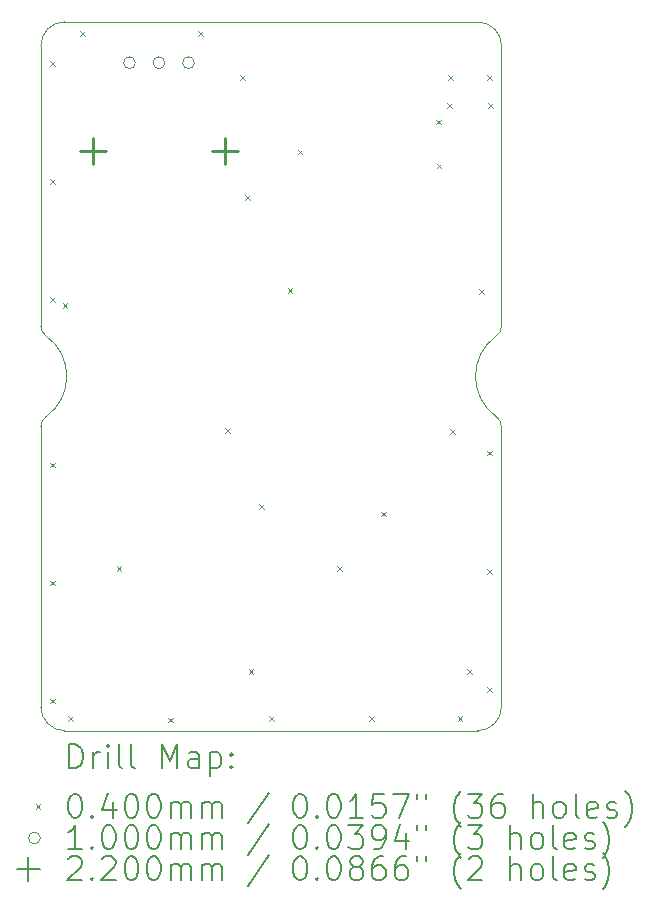
<source format=gbr>
%TF.GenerationSoftware,KiCad,Pcbnew,7.0.1*%
%TF.CreationDate,2023-03-19T03:20:39-04:00*%
%TF.ProjectId,Fluxpad,466c7578-7061-4642-9e6b-696361645f70,rev?*%
%TF.SameCoordinates,Original*%
%TF.FileFunction,Drillmap*%
%TF.FilePolarity,Positive*%
%FSLAX45Y45*%
G04 Gerber Fmt 4.5, Leading zero omitted, Abs format (unit mm)*
G04 Created by KiCad (PCBNEW 7.0.1) date 2023-03-19 03:20:39*
%MOMM*%
%LPD*%
G01*
G04 APERTURE LIST*
%ADD10C,0.100000*%
%ADD11C,0.200000*%
%ADD12C,0.040000*%
%ADD13C,0.220000*%
G04 APERTURE END LIST*
D10*
X10250000Y-6500000D02*
G75*
G03*
X10050000Y-6700000I0J-200000D01*
G01*
X13950000Y-9924735D02*
G75*
G03*
X13907692Y-9843055I-100002J-1D01*
G01*
X10092308Y-9843055D02*
G75*
G03*
X10092308Y-9156945I-242308J343055D01*
G01*
X10092308Y-9843056D02*
G75*
G03*
X10050000Y-9924735I57694J-81681D01*
G01*
X13907692Y-9156945D02*
G75*
G03*
X13907692Y-9843055I242308J-343055D01*
G01*
X10050000Y-6700000D02*
X10050000Y-9075265D01*
X10250000Y-12500000D02*
X13750000Y-12500000D01*
X13950000Y-6700000D02*
G75*
G03*
X13750000Y-6500000I-200000J0D01*
G01*
X10050000Y-9075265D02*
G75*
G03*
X10092308Y-9156945I100002J1D01*
G01*
X13950000Y-9075265D02*
X13950000Y-6700000D01*
X13750000Y-6500000D02*
X10250000Y-6500000D01*
X13750000Y-12500000D02*
G75*
G03*
X13950000Y-12300000I0J200000D01*
G01*
X10050000Y-9924735D02*
X10050000Y-12300000D01*
X10050000Y-12300000D02*
G75*
G03*
X10250000Y-12500000I200000J0D01*
G01*
X13950000Y-12300000D02*
X13950000Y-9924735D01*
X13907692Y-9156945D02*
G75*
G03*
X13950000Y-9075265I-57710J81689D01*
G01*
D11*
D12*
X10130000Y-6830000D02*
X10170000Y-6870000D01*
X10170000Y-6830000D02*
X10130000Y-6870000D01*
X10130000Y-7830000D02*
X10170000Y-7870000D01*
X10170000Y-7830000D02*
X10130000Y-7870000D01*
X10130000Y-8830000D02*
X10170000Y-8870000D01*
X10170000Y-8830000D02*
X10130000Y-8870000D01*
X10130000Y-10230000D02*
X10170000Y-10270000D01*
X10170000Y-10230000D02*
X10130000Y-10270000D01*
X10130000Y-11230000D02*
X10170000Y-11270000D01*
X10170000Y-11230000D02*
X10130000Y-11270000D01*
X10130000Y-12230000D02*
X10170000Y-12270000D01*
X10170000Y-12230000D02*
X10130000Y-12270000D01*
X10235000Y-8880000D02*
X10275000Y-8920000D01*
X10275000Y-8880000D02*
X10235000Y-8920000D01*
X10280000Y-12380000D02*
X10320000Y-12420000D01*
X10320000Y-12380000D02*
X10280000Y-12420000D01*
X10380000Y-6580000D02*
X10420000Y-6620000D01*
X10420000Y-6580000D02*
X10380000Y-6620000D01*
X10692500Y-11107500D02*
X10732500Y-11147500D01*
X10732500Y-11107500D02*
X10692500Y-11147500D01*
X11130000Y-12390050D02*
X11170000Y-12430050D01*
X11170000Y-12390050D02*
X11130000Y-12430050D01*
X11380000Y-6580000D02*
X11420000Y-6620000D01*
X11420000Y-6580000D02*
X11380000Y-6620000D01*
X11610000Y-9940000D02*
X11650000Y-9980000D01*
X11650000Y-9940000D02*
X11610000Y-9980000D01*
X11740000Y-6950000D02*
X11780000Y-6990000D01*
X11780000Y-6950000D02*
X11740000Y-6990000D01*
X11780000Y-7965000D02*
X11820000Y-8005000D01*
X11820000Y-7965000D02*
X11780000Y-8005000D01*
X11810000Y-11980000D02*
X11850000Y-12020000D01*
X11850000Y-11980000D02*
X11810000Y-12020000D01*
X11900000Y-10580000D02*
X11940000Y-10620000D01*
X11940000Y-10580000D02*
X11900000Y-10620000D01*
X11980000Y-12380000D02*
X12020000Y-12420000D01*
X12020000Y-12380000D02*
X11980000Y-12420000D01*
X12140000Y-8755000D02*
X12180000Y-8795000D01*
X12180000Y-8755000D02*
X12140000Y-8795000D01*
X12225000Y-7580000D02*
X12265000Y-7620000D01*
X12265000Y-7580000D02*
X12225000Y-7620000D01*
X12560000Y-11110000D02*
X12600000Y-11150000D01*
X12600000Y-11110000D02*
X12560000Y-11150000D01*
X12830000Y-12380000D02*
X12870000Y-12420000D01*
X12870000Y-12380000D02*
X12830000Y-12420000D01*
X12930000Y-10645000D02*
X12970000Y-10685000D01*
X12970000Y-10645000D02*
X12930000Y-10685000D01*
X13399000Y-7326000D02*
X13439000Y-7366000D01*
X13439000Y-7326000D02*
X13399000Y-7366000D01*
X13400000Y-7700000D02*
X13440000Y-7740000D01*
X13440000Y-7700000D02*
X13400000Y-7740000D01*
X13490000Y-7190000D02*
X13530000Y-7230000D01*
X13530000Y-7190000D02*
X13490000Y-7230000D01*
X13500000Y-6950000D02*
X13540000Y-6990000D01*
X13540000Y-6950000D02*
X13500000Y-6990000D01*
X13515000Y-9945000D02*
X13555000Y-9985000D01*
X13555000Y-9945000D02*
X13515000Y-9985000D01*
X13580000Y-12380000D02*
X13620000Y-12420000D01*
X13620000Y-12380000D02*
X13580000Y-12420000D01*
X13660000Y-11980000D02*
X13700000Y-12020000D01*
X13700000Y-11980000D02*
X13660000Y-12020000D01*
X13760000Y-8760000D02*
X13800000Y-8800000D01*
X13800000Y-8760000D02*
X13760000Y-8800000D01*
X13830000Y-6950000D02*
X13870000Y-6990000D01*
X13870000Y-6950000D02*
X13830000Y-6990000D01*
X13830000Y-10130000D02*
X13870000Y-10170000D01*
X13870000Y-10130000D02*
X13830000Y-10170000D01*
X13830000Y-11130000D02*
X13870000Y-11170000D01*
X13870000Y-11130000D02*
X13830000Y-11170000D01*
X13830000Y-12130000D02*
X13870000Y-12170000D01*
X13870000Y-12130000D02*
X13830000Y-12170000D01*
X13840000Y-7190000D02*
X13880000Y-7230000D01*
X13880000Y-7190000D02*
X13840000Y-7230000D01*
D10*
X10850000Y-6845000D02*
G75*
G03*
X10850000Y-6845000I-50000J0D01*
G01*
X11100000Y-6845000D02*
G75*
G03*
X11100000Y-6845000I-50000J0D01*
G01*
X11350000Y-6845000D02*
G75*
G03*
X11350000Y-6845000I-50000J0D01*
G01*
D13*
X10490000Y-7485000D02*
X10490000Y-7705000D01*
X10380000Y-7595000D02*
X10600000Y-7595000D01*
X11610000Y-7485000D02*
X11610000Y-7705000D01*
X11500000Y-7595000D02*
X11720000Y-7595000D01*
D11*
X10292619Y-12817524D02*
X10292619Y-12617524D01*
X10292619Y-12617524D02*
X10340238Y-12617524D01*
X10340238Y-12617524D02*
X10368810Y-12627048D01*
X10368810Y-12627048D02*
X10387857Y-12646095D01*
X10387857Y-12646095D02*
X10397381Y-12665143D01*
X10397381Y-12665143D02*
X10406905Y-12703238D01*
X10406905Y-12703238D02*
X10406905Y-12731809D01*
X10406905Y-12731809D02*
X10397381Y-12769905D01*
X10397381Y-12769905D02*
X10387857Y-12788952D01*
X10387857Y-12788952D02*
X10368810Y-12808000D01*
X10368810Y-12808000D02*
X10340238Y-12817524D01*
X10340238Y-12817524D02*
X10292619Y-12817524D01*
X10492619Y-12817524D02*
X10492619Y-12684190D01*
X10492619Y-12722286D02*
X10502143Y-12703238D01*
X10502143Y-12703238D02*
X10511667Y-12693714D01*
X10511667Y-12693714D02*
X10530714Y-12684190D01*
X10530714Y-12684190D02*
X10549762Y-12684190D01*
X10616429Y-12817524D02*
X10616429Y-12684190D01*
X10616429Y-12617524D02*
X10606905Y-12627048D01*
X10606905Y-12627048D02*
X10616429Y-12636571D01*
X10616429Y-12636571D02*
X10625952Y-12627048D01*
X10625952Y-12627048D02*
X10616429Y-12617524D01*
X10616429Y-12617524D02*
X10616429Y-12636571D01*
X10740238Y-12817524D02*
X10721190Y-12808000D01*
X10721190Y-12808000D02*
X10711667Y-12788952D01*
X10711667Y-12788952D02*
X10711667Y-12617524D01*
X10845000Y-12817524D02*
X10825952Y-12808000D01*
X10825952Y-12808000D02*
X10816429Y-12788952D01*
X10816429Y-12788952D02*
X10816429Y-12617524D01*
X11073571Y-12817524D02*
X11073571Y-12617524D01*
X11073571Y-12617524D02*
X11140238Y-12760381D01*
X11140238Y-12760381D02*
X11206905Y-12617524D01*
X11206905Y-12617524D02*
X11206905Y-12817524D01*
X11387857Y-12817524D02*
X11387857Y-12712762D01*
X11387857Y-12712762D02*
X11378333Y-12693714D01*
X11378333Y-12693714D02*
X11359286Y-12684190D01*
X11359286Y-12684190D02*
X11321190Y-12684190D01*
X11321190Y-12684190D02*
X11302143Y-12693714D01*
X11387857Y-12808000D02*
X11368809Y-12817524D01*
X11368809Y-12817524D02*
X11321190Y-12817524D01*
X11321190Y-12817524D02*
X11302143Y-12808000D01*
X11302143Y-12808000D02*
X11292619Y-12788952D01*
X11292619Y-12788952D02*
X11292619Y-12769905D01*
X11292619Y-12769905D02*
X11302143Y-12750857D01*
X11302143Y-12750857D02*
X11321190Y-12741333D01*
X11321190Y-12741333D02*
X11368809Y-12741333D01*
X11368809Y-12741333D02*
X11387857Y-12731809D01*
X11483095Y-12684190D02*
X11483095Y-12884190D01*
X11483095Y-12693714D02*
X11502143Y-12684190D01*
X11502143Y-12684190D02*
X11540238Y-12684190D01*
X11540238Y-12684190D02*
X11559286Y-12693714D01*
X11559286Y-12693714D02*
X11568809Y-12703238D01*
X11568809Y-12703238D02*
X11578333Y-12722286D01*
X11578333Y-12722286D02*
X11578333Y-12779428D01*
X11578333Y-12779428D02*
X11568809Y-12798476D01*
X11568809Y-12798476D02*
X11559286Y-12808000D01*
X11559286Y-12808000D02*
X11540238Y-12817524D01*
X11540238Y-12817524D02*
X11502143Y-12817524D01*
X11502143Y-12817524D02*
X11483095Y-12808000D01*
X11664048Y-12798476D02*
X11673571Y-12808000D01*
X11673571Y-12808000D02*
X11664048Y-12817524D01*
X11664048Y-12817524D02*
X11654524Y-12808000D01*
X11654524Y-12808000D02*
X11664048Y-12798476D01*
X11664048Y-12798476D02*
X11664048Y-12817524D01*
X11664048Y-12693714D02*
X11673571Y-12703238D01*
X11673571Y-12703238D02*
X11664048Y-12712762D01*
X11664048Y-12712762D02*
X11654524Y-12703238D01*
X11654524Y-12703238D02*
X11664048Y-12693714D01*
X11664048Y-12693714D02*
X11664048Y-12712762D01*
D12*
X10005000Y-13125000D02*
X10045000Y-13165000D01*
X10045000Y-13125000D02*
X10005000Y-13165000D01*
D11*
X10330714Y-13037524D02*
X10349762Y-13037524D01*
X10349762Y-13037524D02*
X10368810Y-13047048D01*
X10368810Y-13047048D02*
X10378333Y-13056571D01*
X10378333Y-13056571D02*
X10387857Y-13075619D01*
X10387857Y-13075619D02*
X10397381Y-13113714D01*
X10397381Y-13113714D02*
X10397381Y-13161333D01*
X10397381Y-13161333D02*
X10387857Y-13199428D01*
X10387857Y-13199428D02*
X10378333Y-13218476D01*
X10378333Y-13218476D02*
X10368810Y-13228000D01*
X10368810Y-13228000D02*
X10349762Y-13237524D01*
X10349762Y-13237524D02*
X10330714Y-13237524D01*
X10330714Y-13237524D02*
X10311667Y-13228000D01*
X10311667Y-13228000D02*
X10302143Y-13218476D01*
X10302143Y-13218476D02*
X10292619Y-13199428D01*
X10292619Y-13199428D02*
X10283095Y-13161333D01*
X10283095Y-13161333D02*
X10283095Y-13113714D01*
X10283095Y-13113714D02*
X10292619Y-13075619D01*
X10292619Y-13075619D02*
X10302143Y-13056571D01*
X10302143Y-13056571D02*
X10311667Y-13047048D01*
X10311667Y-13047048D02*
X10330714Y-13037524D01*
X10483095Y-13218476D02*
X10492619Y-13228000D01*
X10492619Y-13228000D02*
X10483095Y-13237524D01*
X10483095Y-13237524D02*
X10473571Y-13228000D01*
X10473571Y-13228000D02*
X10483095Y-13218476D01*
X10483095Y-13218476D02*
X10483095Y-13237524D01*
X10664048Y-13104190D02*
X10664048Y-13237524D01*
X10616429Y-13028000D02*
X10568810Y-13170857D01*
X10568810Y-13170857D02*
X10692619Y-13170857D01*
X10806905Y-13037524D02*
X10825952Y-13037524D01*
X10825952Y-13037524D02*
X10845000Y-13047048D01*
X10845000Y-13047048D02*
X10854524Y-13056571D01*
X10854524Y-13056571D02*
X10864048Y-13075619D01*
X10864048Y-13075619D02*
X10873571Y-13113714D01*
X10873571Y-13113714D02*
X10873571Y-13161333D01*
X10873571Y-13161333D02*
X10864048Y-13199428D01*
X10864048Y-13199428D02*
X10854524Y-13218476D01*
X10854524Y-13218476D02*
X10845000Y-13228000D01*
X10845000Y-13228000D02*
X10825952Y-13237524D01*
X10825952Y-13237524D02*
X10806905Y-13237524D01*
X10806905Y-13237524D02*
X10787857Y-13228000D01*
X10787857Y-13228000D02*
X10778333Y-13218476D01*
X10778333Y-13218476D02*
X10768810Y-13199428D01*
X10768810Y-13199428D02*
X10759286Y-13161333D01*
X10759286Y-13161333D02*
X10759286Y-13113714D01*
X10759286Y-13113714D02*
X10768810Y-13075619D01*
X10768810Y-13075619D02*
X10778333Y-13056571D01*
X10778333Y-13056571D02*
X10787857Y-13047048D01*
X10787857Y-13047048D02*
X10806905Y-13037524D01*
X10997381Y-13037524D02*
X11016429Y-13037524D01*
X11016429Y-13037524D02*
X11035476Y-13047048D01*
X11035476Y-13047048D02*
X11045000Y-13056571D01*
X11045000Y-13056571D02*
X11054524Y-13075619D01*
X11054524Y-13075619D02*
X11064048Y-13113714D01*
X11064048Y-13113714D02*
X11064048Y-13161333D01*
X11064048Y-13161333D02*
X11054524Y-13199428D01*
X11054524Y-13199428D02*
X11045000Y-13218476D01*
X11045000Y-13218476D02*
X11035476Y-13228000D01*
X11035476Y-13228000D02*
X11016429Y-13237524D01*
X11016429Y-13237524D02*
X10997381Y-13237524D01*
X10997381Y-13237524D02*
X10978333Y-13228000D01*
X10978333Y-13228000D02*
X10968810Y-13218476D01*
X10968810Y-13218476D02*
X10959286Y-13199428D01*
X10959286Y-13199428D02*
X10949762Y-13161333D01*
X10949762Y-13161333D02*
X10949762Y-13113714D01*
X10949762Y-13113714D02*
X10959286Y-13075619D01*
X10959286Y-13075619D02*
X10968810Y-13056571D01*
X10968810Y-13056571D02*
X10978333Y-13047048D01*
X10978333Y-13047048D02*
X10997381Y-13037524D01*
X11149762Y-13237524D02*
X11149762Y-13104190D01*
X11149762Y-13123238D02*
X11159286Y-13113714D01*
X11159286Y-13113714D02*
X11178333Y-13104190D01*
X11178333Y-13104190D02*
X11206905Y-13104190D01*
X11206905Y-13104190D02*
X11225952Y-13113714D01*
X11225952Y-13113714D02*
X11235476Y-13132762D01*
X11235476Y-13132762D02*
X11235476Y-13237524D01*
X11235476Y-13132762D02*
X11245000Y-13113714D01*
X11245000Y-13113714D02*
X11264048Y-13104190D01*
X11264048Y-13104190D02*
X11292619Y-13104190D01*
X11292619Y-13104190D02*
X11311667Y-13113714D01*
X11311667Y-13113714D02*
X11321190Y-13132762D01*
X11321190Y-13132762D02*
X11321190Y-13237524D01*
X11416429Y-13237524D02*
X11416429Y-13104190D01*
X11416429Y-13123238D02*
X11425952Y-13113714D01*
X11425952Y-13113714D02*
X11445000Y-13104190D01*
X11445000Y-13104190D02*
X11473571Y-13104190D01*
X11473571Y-13104190D02*
X11492619Y-13113714D01*
X11492619Y-13113714D02*
X11502143Y-13132762D01*
X11502143Y-13132762D02*
X11502143Y-13237524D01*
X11502143Y-13132762D02*
X11511667Y-13113714D01*
X11511667Y-13113714D02*
X11530714Y-13104190D01*
X11530714Y-13104190D02*
X11559286Y-13104190D01*
X11559286Y-13104190D02*
X11578333Y-13113714D01*
X11578333Y-13113714D02*
X11587857Y-13132762D01*
X11587857Y-13132762D02*
X11587857Y-13237524D01*
X11978333Y-13028000D02*
X11806905Y-13285143D01*
X12235476Y-13037524D02*
X12254524Y-13037524D01*
X12254524Y-13037524D02*
X12273572Y-13047048D01*
X12273572Y-13047048D02*
X12283095Y-13056571D01*
X12283095Y-13056571D02*
X12292619Y-13075619D01*
X12292619Y-13075619D02*
X12302143Y-13113714D01*
X12302143Y-13113714D02*
X12302143Y-13161333D01*
X12302143Y-13161333D02*
X12292619Y-13199428D01*
X12292619Y-13199428D02*
X12283095Y-13218476D01*
X12283095Y-13218476D02*
X12273572Y-13228000D01*
X12273572Y-13228000D02*
X12254524Y-13237524D01*
X12254524Y-13237524D02*
X12235476Y-13237524D01*
X12235476Y-13237524D02*
X12216429Y-13228000D01*
X12216429Y-13228000D02*
X12206905Y-13218476D01*
X12206905Y-13218476D02*
X12197381Y-13199428D01*
X12197381Y-13199428D02*
X12187857Y-13161333D01*
X12187857Y-13161333D02*
X12187857Y-13113714D01*
X12187857Y-13113714D02*
X12197381Y-13075619D01*
X12197381Y-13075619D02*
X12206905Y-13056571D01*
X12206905Y-13056571D02*
X12216429Y-13047048D01*
X12216429Y-13047048D02*
X12235476Y-13037524D01*
X12387857Y-13218476D02*
X12397381Y-13228000D01*
X12397381Y-13228000D02*
X12387857Y-13237524D01*
X12387857Y-13237524D02*
X12378333Y-13228000D01*
X12378333Y-13228000D02*
X12387857Y-13218476D01*
X12387857Y-13218476D02*
X12387857Y-13237524D01*
X12521191Y-13037524D02*
X12540238Y-13037524D01*
X12540238Y-13037524D02*
X12559286Y-13047048D01*
X12559286Y-13047048D02*
X12568810Y-13056571D01*
X12568810Y-13056571D02*
X12578333Y-13075619D01*
X12578333Y-13075619D02*
X12587857Y-13113714D01*
X12587857Y-13113714D02*
X12587857Y-13161333D01*
X12587857Y-13161333D02*
X12578333Y-13199428D01*
X12578333Y-13199428D02*
X12568810Y-13218476D01*
X12568810Y-13218476D02*
X12559286Y-13228000D01*
X12559286Y-13228000D02*
X12540238Y-13237524D01*
X12540238Y-13237524D02*
X12521191Y-13237524D01*
X12521191Y-13237524D02*
X12502143Y-13228000D01*
X12502143Y-13228000D02*
X12492619Y-13218476D01*
X12492619Y-13218476D02*
X12483095Y-13199428D01*
X12483095Y-13199428D02*
X12473572Y-13161333D01*
X12473572Y-13161333D02*
X12473572Y-13113714D01*
X12473572Y-13113714D02*
X12483095Y-13075619D01*
X12483095Y-13075619D02*
X12492619Y-13056571D01*
X12492619Y-13056571D02*
X12502143Y-13047048D01*
X12502143Y-13047048D02*
X12521191Y-13037524D01*
X12778333Y-13237524D02*
X12664048Y-13237524D01*
X12721191Y-13237524D02*
X12721191Y-13037524D01*
X12721191Y-13037524D02*
X12702143Y-13066095D01*
X12702143Y-13066095D02*
X12683095Y-13085143D01*
X12683095Y-13085143D02*
X12664048Y-13094667D01*
X12959286Y-13037524D02*
X12864048Y-13037524D01*
X12864048Y-13037524D02*
X12854524Y-13132762D01*
X12854524Y-13132762D02*
X12864048Y-13123238D01*
X12864048Y-13123238D02*
X12883095Y-13113714D01*
X12883095Y-13113714D02*
X12930714Y-13113714D01*
X12930714Y-13113714D02*
X12949762Y-13123238D01*
X12949762Y-13123238D02*
X12959286Y-13132762D01*
X12959286Y-13132762D02*
X12968810Y-13151809D01*
X12968810Y-13151809D02*
X12968810Y-13199428D01*
X12968810Y-13199428D02*
X12959286Y-13218476D01*
X12959286Y-13218476D02*
X12949762Y-13228000D01*
X12949762Y-13228000D02*
X12930714Y-13237524D01*
X12930714Y-13237524D02*
X12883095Y-13237524D01*
X12883095Y-13237524D02*
X12864048Y-13228000D01*
X12864048Y-13228000D02*
X12854524Y-13218476D01*
X13035476Y-13037524D02*
X13168810Y-13037524D01*
X13168810Y-13037524D02*
X13083095Y-13237524D01*
X13235476Y-13037524D02*
X13235476Y-13075619D01*
X13311667Y-13037524D02*
X13311667Y-13075619D01*
X13606905Y-13313714D02*
X13597381Y-13304190D01*
X13597381Y-13304190D02*
X13578334Y-13275619D01*
X13578334Y-13275619D02*
X13568810Y-13256571D01*
X13568810Y-13256571D02*
X13559286Y-13228000D01*
X13559286Y-13228000D02*
X13549762Y-13180381D01*
X13549762Y-13180381D02*
X13549762Y-13142286D01*
X13549762Y-13142286D02*
X13559286Y-13094667D01*
X13559286Y-13094667D02*
X13568810Y-13066095D01*
X13568810Y-13066095D02*
X13578334Y-13047048D01*
X13578334Y-13047048D02*
X13597381Y-13018476D01*
X13597381Y-13018476D02*
X13606905Y-13008952D01*
X13664048Y-13037524D02*
X13787857Y-13037524D01*
X13787857Y-13037524D02*
X13721191Y-13113714D01*
X13721191Y-13113714D02*
X13749762Y-13113714D01*
X13749762Y-13113714D02*
X13768810Y-13123238D01*
X13768810Y-13123238D02*
X13778334Y-13132762D01*
X13778334Y-13132762D02*
X13787857Y-13151809D01*
X13787857Y-13151809D02*
X13787857Y-13199428D01*
X13787857Y-13199428D02*
X13778334Y-13218476D01*
X13778334Y-13218476D02*
X13768810Y-13228000D01*
X13768810Y-13228000D02*
X13749762Y-13237524D01*
X13749762Y-13237524D02*
X13692619Y-13237524D01*
X13692619Y-13237524D02*
X13673572Y-13228000D01*
X13673572Y-13228000D02*
X13664048Y-13218476D01*
X13959286Y-13037524D02*
X13921191Y-13037524D01*
X13921191Y-13037524D02*
X13902143Y-13047048D01*
X13902143Y-13047048D02*
X13892619Y-13056571D01*
X13892619Y-13056571D02*
X13873572Y-13085143D01*
X13873572Y-13085143D02*
X13864048Y-13123238D01*
X13864048Y-13123238D02*
X13864048Y-13199428D01*
X13864048Y-13199428D02*
X13873572Y-13218476D01*
X13873572Y-13218476D02*
X13883095Y-13228000D01*
X13883095Y-13228000D02*
X13902143Y-13237524D01*
X13902143Y-13237524D02*
X13940238Y-13237524D01*
X13940238Y-13237524D02*
X13959286Y-13228000D01*
X13959286Y-13228000D02*
X13968810Y-13218476D01*
X13968810Y-13218476D02*
X13978334Y-13199428D01*
X13978334Y-13199428D02*
X13978334Y-13151809D01*
X13978334Y-13151809D02*
X13968810Y-13132762D01*
X13968810Y-13132762D02*
X13959286Y-13123238D01*
X13959286Y-13123238D02*
X13940238Y-13113714D01*
X13940238Y-13113714D02*
X13902143Y-13113714D01*
X13902143Y-13113714D02*
X13883095Y-13123238D01*
X13883095Y-13123238D02*
X13873572Y-13132762D01*
X13873572Y-13132762D02*
X13864048Y-13151809D01*
X14216429Y-13237524D02*
X14216429Y-13037524D01*
X14302143Y-13237524D02*
X14302143Y-13132762D01*
X14302143Y-13132762D02*
X14292619Y-13113714D01*
X14292619Y-13113714D02*
X14273572Y-13104190D01*
X14273572Y-13104190D02*
X14245000Y-13104190D01*
X14245000Y-13104190D02*
X14225953Y-13113714D01*
X14225953Y-13113714D02*
X14216429Y-13123238D01*
X14425953Y-13237524D02*
X14406905Y-13228000D01*
X14406905Y-13228000D02*
X14397381Y-13218476D01*
X14397381Y-13218476D02*
X14387857Y-13199428D01*
X14387857Y-13199428D02*
X14387857Y-13142286D01*
X14387857Y-13142286D02*
X14397381Y-13123238D01*
X14397381Y-13123238D02*
X14406905Y-13113714D01*
X14406905Y-13113714D02*
X14425953Y-13104190D01*
X14425953Y-13104190D02*
X14454524Y-13104190D01*
X14454524Y-13104190D02*
X14473572Y-13113714D01*
X14473572Y-13113714D02*
X14483096Y-13123238D01*
X14483096Y-13123238D02*
X14492619Y-13142286D01*
X14492619Y-13142286D02*
X14492619Y-13199428D01*
X14492619Y-13199428D02*
X14483096Y-13218476D01*
X14483096Y-13218476D02*
X14473572Y-13228000D01*
X14473572Y-13228000D02*
X14454524Y-13237524D01*
X14454524Y-13237524D02*
X14425953Y-13237524D01*
X14606905Y-13237524D02*
X14587857Y-13228000D01*
X14587857Y-13228000D02*
X14578334Y-13208952D01*
X14578334Y-13208952D02*
X14578334Y-13037524D01*
X14759286Y-13228000D02*
X14740238Y-13237524D01*
X14740238Y-13237524D02*
X14702143Y-13237524D01*
X14702143Y-13237524D02*
X14683096Y-13228000D01*
X14683096Y-13228000D02*
X14673572Y-13208952D01*
X14673572Y-13208952D02*
X14673572Y-13132762D01*
X14673572Y-13132762D02*
X14683096Y-13113714D01*
X14683096Y-13113714D02*
X14702143Y-13104190D01*
X14702143Y-13104190D02*
X14740238Y-13104190D01*
X14740238Y-13104190D02*
X14759286Y-13113714D01*
X14759286Y-13113714D02*
X14768810Y-13132762D01*
X14768810Y-13132762D02*
X14768810Y-13151809D01*
X14768810Y-13151809D02*
X14673572Y-13170857D01*
X14845000Y-13228000D02*
X14864048Y-13237524D01*
X14864048Y-13237524D02*
X14902143Y-13237524D01*
X14902143Y-13237524D02*
X14921191Y-13228000D01*
X14921191Y-13228000D02*
X14930715Y-13208952D01*
X14930715Y-13208952D02*
X14930715Y-13199428D01*
X14930715Y-13199428D02*
X14921191Y-13180381D01*
X14921191Y-13180381D02*
X14902143Y-13170857D01*
X14902143Y-13170857D02*
X14873572Y-13170857D01*
X14873572Y-13170857D02*
X14854524Y-13161333D01*
X14854524Y-13161333D02*
X14845000Y-13142286D01*
X14845000Y-13142286D02*
X14845000Y-13132762D01*
X14845000Y-13132762D02*
X14854524Y-13113714D01*
X14854524Y-13113714D02*
X14873572Y-13104190D01*
X14873572Y-13104190D02*
X14902143Y-13104190D01*
X14902143Y-13104190D02*
X14921191Y-13113714D01*
X14997381Y-13313714D02*
X15006905Y-13304190D01*
X15006905Y-13304190D02*
X15025953Y-13275619D01*
X15025953Y-13275619D02*
X15035477Y-13256571D01*
X15035477Y-13256571D02*
X15045000Y-13228000D01*
X15045000Y-13228000D02*
X15054524Y-13180381D01*
X15054524Y-13180381D02*
X15054524Y-13142286D01*
X15054524Y-13142286D02*
X15045000Y-13094667D01*
X15045000Y-13094667D02*
X15035477Y-13066095D01*
X15035477Y-13066095D02*
X15025953Y-13047048D01*
X15025953Y-13047048D02*
X15006905Y-13018476D01*
X15006905Y-13018476D02*
X14997381Y-13008952D01*
D10*
X10045000Y-13409000D02*
G75*
G03*
X10045000Y-13409000I-50000J0D01*
G01*
D11*
X10397381Y-13501524D02*
X10283095Y-13501524D01*
X10340238Y-13501524D02*
X10340238Y-13301524D01*
X10340238Y-13301524D02*
X10321190Y-13330095D01*
X10321190Y-13330095D02*
X10302143Y-13349143D01*
X10302143Y-13349143D02*
X10283095Y-13358667D01*
X10483095Y-13482476D02*
X10492619Y-13492000D01*
X10492619Y-13492000D02*
X10483095Y-13501524D01*
X10483095Y-13501524D02*
X10473571Y-13492000D01*
X10473571Y-13492000D02*
X10483095Y-13482476D01*
X10483095Y-13482476D02*
X10483095Y-13501524D01*
X10616429Y-13301524D02*
X10635476Y-13301524D01*
X10635476Y-13301524D02*
X10654524Y-13311048D01*
X10654524Y-13311048D02*
X10664048Y-13320571D01*
X10664048Y-13320571D02*
X10673571Y-13339619D01*
X10673571Y-13339619D02*
X10683095Y-13377714D01*
X10683095Y-13377714D02*
X10683095Y-13425333D01*
X10683095Y-13425333D02*
X10673571Y-13463428D01*
X10673571Y-13463428D02*
X10664048Y-13482476D01*
X10664048Y-13482476D02*
X10654524Y-13492000D01*
X10654524Y-13492000D02*
X10635476Y-13501524D01*
X10635476Y-13501524D02*
X10616429Y-13501524D01*
X10616429Y-13501524D02*
X10597381Y-13492000D01*
X10597381Y-13492000D02*
X10587857Y-13482476D01*
X10587857Y-13482476D02*
X10578333Y-13463428D01*
X10578333Y-13463428D02*
X10568810Y-13425333D01*
X10568810Y-13425333D02*
X10568810Y-13377714D01*
X10568810Y-13377714D02*
X10578333Y-13339619D01*
X10578333Y-13339619D02*
X10587857Y-13320571D01*
X10587857Y-13320571D02*
X10597381Y-13311048D01*
X10597381Y-13311048D02*
X10616429Y-13301524D01*
X10806905Y-13301524D02*
X10825952Y-13301524D01*
X10825952Y-13301524D02*
X10845000Y-13311048D01*
X10845000Y-13311048D02*
X10854524Y-13320571D01*
X10854524Y-13320571D02*
X10864048Y-13339619D01*
X10864048Y-13339619D02*
X10873571Y-13377714D01*
X10873571Y-13377714D02*
X10873571Y-13425333D01*
X10873571Y-13425333D02*
X10864048Y-13463428D01*
X10864048Y-13463428D02*
X10854524Y-13482476D01*
X10854524Y-13482476D02*
X10845000Y-13492000D01*
X10845000Y-13492000D02*
X10825952Y-13501524D01*
X10825952Y-13501524D02*
X10806905Y-13501524D01*
X10806905Y-13501524D02*
X10787857Y-13492000D01*
X10787857Y-13492000D02*
X10778333Y-13482476D01*
X10778333Y-13482476D02*
X10768810Y-13463428D01*
X10768810Y-13463428D02*
X10759286Y-13425333D01*
X10759286Y-13425333D02*
X10759286Y-13377714D01*
X10759286Y-13377714D02*
X10768810Y-13339619D01*
X10768810Y-13339619D02*
X10778333Y-13320571D01*
X10778333Y-13320571D02*
X10787857Y-13311048D01*
X10787857Y-13311048D02*
X10806905Y-13301524D01*
X10997381Y-13301524D02*
X11016429Y-13301524D01*
X11016429Y-13301524D02*
X11035476Y-13311048D01*
X11035476Y-13311048D02*
X11045000Y-13320571D01*
X11045000Y-13320571D02*
X11054524Y-13339619D01*
X11054524Y-13339619D02*
X11064048Y-13377714D01*
X11064048Y-13377714D02*
X11064048Y-13425333D01*
X11064048Y-13425333D02*
X11054524Y-13463428D01*
X11054524Y-13463428D02*
X11045000Y-13482476D01*
X11045000Y-13482476D02*
X11035476Y-13492000D01*
X11035476Y-13492000D02*
X11016429Y-13501524D01*
X11016429Y-13501524D02*
X10997381Y-13501524D01*
X10997381Y-13501524D02*
X10978333Y-13492000D01*
X10978333Y-13492000D02*
X10968810Y-13482476D01*
X10968810Y-13482476D02*
X10959286Y-13463428D01*
X10959286Y-13463428D02*
X10949762Y-13425333D01*
X10949762Y-13425333D02*
X10949762Y-13377714D01*
X10949762Y-13377714D02*
X10959286Y-13339619D01*
X10959286Y-13339619D02*
X10968810Y-13320571D01*
X10968810Y-13320571D02*
X10978333Y-13311048D01*
X10978333Y-13311048D02*
X10997381Y-13301524D01*
X11149762Y-13501524D02*
X11149762Y-13368190D01*
X11149762Y-13387238D02*
X11159286Y-13377714D01*
X11159286Y-13377714D02*
X11178333Y-13368190D01*
X11178333Y-13368190D02*
X11206905Y-13368190D01*
X11206905Y-13368190D02*
X11225952Y-13377714D01*
X11225952Y-13377714D02*
X11235476Y-13396762D01*
X11235476Y-13396762D02*
X11235476Y-13501524D01*
X11235476Y-13396762D02*
X11245000Y-13377714D01*
X11245000Y-13377714D02*
X11264048Y-13368190D01*
X11264048Y-13368190D02*
X11292619Y-13368190D01*
X11292619Y-13368190D02*
X11311667Y-13377714D01*
X11311667Y-13377714D02*
X11321190Y-13396762D01*
X11321190Y-13396762D02*
X11321190Y-13501524D01*
X11416429Y-13501524D02*
X11416429Y-13368190D01*
X11416429Y-13387238D02*
X11425952Y-13377714D01*
X11425952Y-13377714D02*
X11445000Y-13368190D01*
X11445000Y-13368190D02*
X11473571Y-13368190D01*
X11473571Y-13368190D02*
X11492619Y-13377714D01*
X11492619Y-13377714D02*
X11502143Y-13396762D01*
X11502143Y-13396762D02*
X11502143Y-13501524D01*
X11502143Y-13396762D02*
X11511667Y-13377714D01*
X11511667Y-13377714D02*
X11530714Y-13368190D01*
X11530714Y-13368190D02*
X11559286Y-13368190D01*
X11559286Y-13368190D02*
X11578333Y-13377714D01*
X11578333Y-13377714D02*
X11587857Y-13396762D01*
X11587857Y-13396762D02*
X11587857Y-13501524D01*
X11978333Y-13292000D02*
X11806905Y-13549143D01*
X12235476Y-13301524D02*
X12254524Y-13301524D01*
X12254524Y-13301524D02*
X12273572Y-13311048D01*
X12273572Y-13311048D02*
X12283095Y-13320571D01*
X12283095Y-13320571D02*
X12292619Y-13339619D01*
X12292619Y-13339619D02*
X12302143Y-13377714D01*
X12302143Y-13377714D02*
X12302143Y-13425333D01*
X12302143Y-13425333D02*
X12292619Y-13463428D01*
X12292619Y-13463428D02*
X12283095Y-13482476D01*
X12283095Y-13482476D02*
X12273572Y-13492000D01*
X12273572Y-13492000D02*
X12254524Y-13501524D01*
X12254524Y-13501524D02*
X12235476Y-13501524D01*
X12235476Y-13501524D02*
X12216429Y-13492000D01*
X12216429Y-13492000D02*
X12206905Y-13482476D01*
X12206905Y-13482476D02*
X12197381Y-13463428D01*
X12197381Y-13463428D02*
X12187857Y-13425333D01*
X12187857Y-13425333D02*
X12187857Y-13377714D01*
X12187857Y-13377714D02*
X12197381Y-13339619D01*
X12197381Y-13339619D02*
X12206905Y-13320571D01*
X12206905Y-13320571D02*
X12216429Y-13311048D01*
X12216429Y-13311048D02*
X12235476Y-13301524D01*
X12387857Y-13482476D02*
X12397381Y-13492000D01*
X12397381Y-13492000D02*
X12387857Y-13501524D01*
X12387857Y-13501524D02*
X12378333Y-13492000D01*
X12378333Y-13492000D02*
X12387857Y-13482476D01*
X12387857Y-13482476D02*
X12387857Y-13501524D01*
X12521191Y-13301524D02*
X12540238Y-13301524D01*
X12540238Y-13301524D02*
X12559286Y-13311048D01*
X12559286Y-13311048D02*
X12568810Y-13320571D01*
X12568810Y-13320571D02*
X12578333Y-13339619D01*
X12578333Y-13339619D02*
X12587857Y-13377714D01*
X12587857Y-13377714D02*
X12587857Y-13425333D01*
X12587857Y-13425333D02*
X12578333Y-13463428D01*
X12578333Y-13463428D02*
X12568810Y-13482476D01*
X12568810Y-13482476D02*
X12559286Y-13492000D01*
X12559286Y-13492000D02*
X12540238Y-13501524D01*
X12540238Y-13501524D02*
X12521191Y-13501524D01*
X12521191Y-13501524D02*
X12502143Y-13492000D01*
X12502143Y-13492000D02*
X12492619Y-13482476D01*
X12492619Y-13482476D02*
X12483095Y-13463428D01*
X12483095Y-13463428D02*
X12473572Y-13425333D01*
X12473572Y-13425333D02*
X12473572Y-13377714D01*
X12473572Y-13377714D02*
X12483095Y-13339619D01*
X12483095Y-13339619D02*
X12492619Y-13320571D01*
X12492619Y-13320571D02*
X12502143Y-13311048D01*
X12502143Y-13311048D02*
X12521191Y-13301524D01*
X12654524Y-13301524D02*
X12778333Y-13301524D01*
X12778333Y-13301524D02*
X12711667Y-13377714D01*
X12711667Y-13377714D02*
X12740238Y-13377714D01*
X12740238Y-13377714D02*
X12759286Y-13387238D01*
X12759286Y-13387238D02*
X12768810Y-13396762D01*
X12768810Y-13396762D02*
X12778333Y-13415809D01*
X12778333Y-13415809D02*
X12778333Y-13463428D01*
X12778333Y-13463428D02*
X12768810Y-13482476D01*
X12768810Y-13482476D02*
X12759286Y-13492000D01*
X12759286Y-13492000D02*
X12740238Y-13501524D01*
X12740238Y-13501524D02*
X12683095Y-13501524D01*
X12683095Y-13501524D02*
X12664048Y-13492000D01*
X12664048Y-13492000D02*
X12654524Y-13482476D01*
X12873572Y-13501524D02*
X12911667Y-13501524D01*
X12911667Y-13501524D02*
X12930714Y-13492000D01*
X12930714Y-13492000D02*
X12940238Y-13482476D01*
X12940238Y-13482476D02*
X12959286Y-13453905D01*
X12959286Y-13453905D02*
X12968810Y-13415809D01*
X12968810Y-13415809D02*
X12968810Y-13339619D01*
X12968810Y-13339619D02*
X12959286Y-13320571D01*
X12959286Y-13320571D02*
X12949762Y-13311048D01*
X12949762Y-13311048D02*
X12930714Y-13301524D01*
X12930714Y-13301524D02*
X12892619Y-13301524D01*
X12892619Y-13301524D02*
X12873572Y-13311048D01*
X12873572Y-13311048D02*
X12864048Y-13320571D01*
X12864048Y-13320571D02*
X12854524Y-13339619D01*
X12854524Y-13339619D02*
X12854524Y-13387238D01*
X12854524Y-13387238D02*
X12864048Y-13406286D01*
X12864048Y-13406286D02*
X12873572Y-13415809D01*
X12873572Y-13415809D02*
X12892619Y-13425333D01*
X12892619Y-13425333D02*
X12930714Y-13425333D01*
X12930714Y-13425333D02*
X12949762Y-13415809D01*
X12949762Y-13415809D02*
X12959286Y-13406286D01*
X12959286Y-13406286D02*
X12968810Y-13387238D01*
X13140238Y-13368190D02*
X13140238Y-13501524D01*
X13092619Y-13292000D02*
X13045000Y-13434857D01*
X13045000Y-13434857D02*
X13168810Y-13434857D01*
X13235476Y-13301524D02*
X13235476Y-13339619D01*
X13311667Y-13301524D02*
X13311667Y-13339619D01*
X13606905Y-13577714D02*
X13597381Y-13568190D01*
X13597381Y-13568190D02*
X13578334Y-13539619D01*
X13578334Y-13539619D02*
X13568810Y-13520571D01*
X13568810Y-13520571D02*
X13559286Y-13492000D01*
X13559286Y-13492000D02*
X13549762Y-13444381D01*
X13549762Y-13444381D02*
X13549762Y-13406286D01*
X13549762Y-13406286D02*
X13559286Y-13358667D01*
X13559286Y-13358667D02*
X13568810Y-13330095D01*
X13568810Y-13330095D02*
X13578334Y-13311048D01*
X13578334Y-13311048D02*
X13597381Y-13282476D01*
X13597381Y-13282476D02*
X13606905Y-13272952D01*
X13664048Y-13301524D02*
X13787857Y-13301524D01*
X13787857Y-13301524D02*
X13721191Y-13377714D01*
X13721191Y-13377714D02*
X13749762Y-13377714D01*
X13749762Y-13377714D02*
X13768810Y-13387238D01*
X13768810Y-13387238D02*
X13778334Y-13396762D01*
X13778334Y-13396762D02*
X13787857Y-13415809D01*
X13787857Y-13415809D02*
X13787857Y-13463428D01*
X13787857Y-13463428D02*
X13778334Y-13482476D01*
X13778334Y-13482476D02*
X13768810Y-13492000D01*
X13768810Y-13492000D02*
X13749762Y-13501524D01*
X13749762Y-13501524D02*
X13692619Y-13501524D01*
X13692619Y-13501524D02*
X13673572Y-13492000D01*
X13673572Y-13492000D02*
X13664048Y-13482476D01*
X14025953Y-13501524D02*
X14025953Y-13301524D01*
X14111667Y-13501524D02*
X14111667Y-13396762D01*
X14111667Y-13396762D02*
X14102143Y-13377714D01*
X14102143Y-13377714D02*
X14083096Y-13368190D01*
X14083096Y-13368190D02*
X14054524Y-13368190D01*
X14054524Y-13368190D02*
X14035476Y-13377714D01*
X14035476Y-13377714D02*
X14025953Y-13387238D01*
X14235476Y-13501524D02*
X14216429Y-13492000D01*
X14216429Y-13492000D02*
X14206905Y-13482476D01*
X14206905Y-13482476D02*
X14197381Y-13463428D01*
X14197381Y-13463428D02*
X14197381Y-13406286D01*
X14197381Y-13406286D02*
X14206905Y-13387238D01*
X14206905Y-13387238D02*
X14216429Y-13377714D01*
X14216429Y-13377714D02*
X14235476Y-13368190D01*
X14235476Y-13368190D02*
X14264048Y-13368190D01*
X14264048Y-13368190D02*
X14283096Y-13377714D01*
X14283096Y-13377714D02*
X14292619Y-13387238D01*
X14292619Y-13387238D02*
X14302143Y-13406286D01*
X14302143Y-13406286D02*
X14302143Y-13463428D01*
X14302143Y-13463428D02*
X14292619Y-13482476D01*
X14292619Y-13482476D02*
X14283096Y-13492000D01*
X14283096Y-13492000D02*
X14264048Y-13501524D01*
X14264048Y-13501524D02*
X14235476Y-13501524D01*
X14416429Y-13501524D02*
X14397381Y-13492000D01*
X14397381Y-13492000D02*
X14387857Y-13472952D01*
X14387857Y-13472952D02*
X14387857Y-13301524D01*
X14568810Y-13492000D02*
X14549762Y-13501524D01*
X14549762Y-13501524D02*
X14511667Y-13501524D01*
X14511667Y-13501524D02*
X14492619Y-13492000D01*
X14492619Y-13492000D02*
X14483096Y-13472952D01*
X14483096Y-13472952D02*
X14483096Y-13396762D01*
X14483096Y-13396762D02*
X14492619Y-13377714D01*
X14492619Y-13377714D02*
X14511667Y-13368190D01*
X14511667Y-13368190D02*
X14549762Y-13368190D01*
X14549762Y-13368190D02*
X14568810Y-13377714D01*
X14568810Y-13377714D02*
X14578334Y-13396762D01*
X14578334Y-13396762D02*
X14578334Y-13415809D01*
X14578334Y-13415809D02*
X14483096Y-13434857D01*
X14654524Y-13492000D02*
X14673572Y-13501524D01*
X14673572Y-13501524D02*
X14711667Y-13501524D01*
X14711667Y-13501524D02*
X14730715Y-13492000D01*
X14730715Y-13492000D02*
X14740238Y-13472952D01*
X14740238Y-13472952D02*
X14740238Y-13463428D01*
X14740238Y-13463428D02*
X14730715Y-13444381D01*
X14730715Y-13444381D02*
X14711667Y-13434857D01*
X14711667Y-13434857D02*
X14683096Y-13434857D01*
X14683096Y-13434857D02*
X14664048Y-13425333D01*
X14664048Y-13425333D02*
X14654524Y-13406286D01*
X14654524Y-13406286D02*
X14654524Y-13396762D01*
X14654524Y-13396762D02*
X14664048Y-13377714D01*
X14664048Y-13377714D02*
X14683096Y-13368190D01*
X14683096Y-13368190D02*
X14711667Y-13368190D01*
X14711667Y-13368190D02*
X14730715Y-13377714D01*
X14806905Y-13577714D02*
X14816429Y-13568190D01*
X14816429Y-13568190D02*
X14835477Y-13539619D01*
X14835477Y-13539619D02*
X14845000Y-13520571D01*
X14845000Y-13520571D02*
X14854524Y-13492000D01*
X14854524Y-13492000D02*
X14864048Y-13444381D01*
X14864048Y-13444381D02*
X14864048Y-13406286D01*
X14864048Y-13406286D02*
X14854524Y-13358667D01*
X14854524Y-13358667D02*
X14845000Y-13330095D01*
X14845000Y-13330095D02*
X14835477Y-13311048D01*
X14835477Y-13311048D02*
X14816429Y-13282476D01*
X14816429Y-13282476D02*
X14806905Y-13272952D01*
X9945000Y-13573000D02*
X9945000Y-13773000D01*
X9845000Y-13673000D02*
X10045000Y-13673000D01*
X10283095Y-13584571D02*
X10292619Y-13575048D01*
X10292619Y-13575048D02*
X10311667Y-13565524D01*
X10311667Y-13565524D02*
X10359286Y-13565524D01*
X10359286Y-13565524D02*
X10378333Y-13575048D01*
X10378333Y-13575048D02*
X10387857Y-13584571D01*
X10387857Y-13584571D02*
X10397381Y-13603619D01*
X10397381Y-13603619D02*
X10397381Y-13622667D01*
X10397381Y-13622667D02*
X10387857Y-13651238D01*
X10387857Y-13651238D02*
X10273571Y-13765524D01*
X10273571Y-13765524D02*
X10397381Y-13765524D01*
X10483095Y-13746476D02*
X10492619Y-13756000D01*
X10492619Y-13756000D02*
X10483095Y-13765524D01*
X10483095Y-13765524D02*
X10473571Y-13756000D01*
X10473571Y-13756000D02*
X10483095Y-13746476D01*
X10483095Y-13746476D02*
X10483095Y-13765524D01*
X10568810Y-13584571D02*
X10578333Y-13575048D01*
X10578333Y-13575048D02*
X10597381Y-13565524D01*
X10597381Y-13565524D02*
X10645000Y-13565524D01*
X10645000Y-13565524D02*
X10664048Y-13575048D01*
X10664048Y-13575048D02*
X10673571Y-13584571D01*
X10673571Y-13584571D02*
X10683095Y-13603619D01*
X10683095Y-13603619D02*
X10683095Y-13622667D01*
X10683095Y-13622667D02*
X10673571Y-13651238D01*
X10673571Y-13651238D02*
X10559286Y-13765524D01*
X10559286Y-13765524D02*
X10683095Y-13765524D01*
X10806905Y-13565524D02*
X10825952Y-13565524D01*
X10825952Y-13565524D02*
X10845000Y-13575048D01*
X10845000Y-13575048D02*
X10854524Y-13584571D01*
X10854524Y-13584571D02*
X10864048Y-13603619D01*
X10864048Y-13603619D02*
X10873571Y-13641714D01*
X10873571Y-13641714D02*
X10873571Y-13689333D01*
X10873571Y-13689333D02*
X10864048Y-13727428D01*
X10864048Y-13727428D02*
X10854524Y-13746476D01*
X10854524Y-13746476D02*
X10845000Y-13756000D01*
X10845000Y-13756000D02*
X10825952Y-13765524D01*
X10825952Y-13765524D02*
X10806905Y-13765524D01*
X10806905Y-13765524D02*
X10787857Y-13756000D01*
X10787857Y-13756000D02*
X10778333Y-13746476D01*
X10778333Y-13746476D02*
X10768810Y-13727428D01*
X10768810Y-13727428D02*
X10759286Y-13689333D01*
X10759286Y-13689333D02*
X10759286Y-13641714D01*
X10759286Y-13641714D02*
X10768810Y-13603619D01*
X10768810Y-13603619D02*
X10778333Y-13584571D01*
X10778333Y-13584571D02*
X10787857Y-13575048D01*
X10787857Y-13575048D02*
X10806905Y-13565524D01*
X10997381Y-13565524D02*
X11016429Y-13565524D01*
X11016429Y-13565524D02*
X11035476Y-13575048D01*
X11035476Y-13575048D02*
X11045000Y-13584571D01*
X11045000Y-13584571D02*
X11054524Y-13603619D01*
X11054524Y-13603619D02*
X11064048Y-13641714D01*
X11064048Y-13641714D02*
X11064048Y-13689333D01*
X11064048Y-13689333D02*
X11054524Y-13727428D01*
X11054524Y-13727428D02*
X11045000Y-13746476D01*
X11045000Y-13746476D02*
X11035476Y-13756000D01*
X11035476Y-13756000D02*
X11016429Y-13765524D01*
X11016429Y-13765524D02*
X10997381Y-13765524D01*
X10997381Y-13765524D02*
X10978333Y-13756000D01*
X10978333Y-13756000D02*
X10968810Y-13746476D01*
X10968810Y-13746476D02*
X10959286Y-13727428D01*
X10959286Y-13727428D02*
X10949762Y-13689333D01*
X10949762Y-13689333D02*
X10949762Y-13641714D01*
X10949762Y-13641714D02*
X10959286Y-13603619D01*
X10959286Y-13603619D02*
X10968810Y-13584571D01*
X10968810Y-13584571D02*
X10978333Y-13575048D01*
X10978333Y-13575048D02*
X10997381Y-13565524D01*
X11149762Y-13765524D02*
X11149762Y-13632190D01*
X11149762Y-13651238D02*
X11159286Y-13641714D01*
X11159286Y-13641714D02*
X11178333Y-13632190D01*
X11178333Y-13632190D02*
X11206905Y-13632190D01*
X11206905Y-13632190D02*
X11225952Y-13641714D01*
X11225952Y-13641714D02*
X11235476Y-13660762D01*
X11235476Y-13660762D02*
X11235476Y-13765524D01*
X11235476Y-13660762D02*
X11245000Y-13641714D01*
X11245000Y-13641714D02*
X11264048Y-13632190D01*
X11264048Y-13632190D02*
X11292619Y-13632190D01*
X11292619Y-13632190D02*
X11311667Y-13641714D01*
X11311667Y-13641714D02*
X11321190Y-13660762D01*
X11321190Y-13660762D02*
X11321190Y-13765524D01*
X11416429Y-13765524D02*
X11416429Y-13632190D01*
X11416429Y-13651238D02*
X11425952Y-13641714D01*
X11425952Y-13641714D02*
X11445000Y-13632190D01*
X11445000Y-13632190D02*
X11473571Y-13632190D01*
X11473571Y-13632190D02*
X11492619Y-13641714D01*
X11492619Y-13641714D02*
X11502143Y-13660762D01*
X11502143Y-13660762D02*
X11502143Y-13765524D01*
X11502143Y-13660762D02*
X11511667Y-13641714D01*
X11511667Y-13641714D02*
X11530714Y-13632190D01*
X11530714Y-13632190D02*
X11559286Y-13632190D01*
X11559286Y-13632190D02*
X11578333Y-13641714D01*
X11578333Y-13641714D02*
X11587857Y-13660762D01*
X11587857Y-13660762D02*
X11587857Y-13765524D01*
X11978333Y-13556000D02*
X11806905Y-13813143D01*
X12235476Y-13565524D02*
X12254524Y-13565524D01*
X12254524Y-13565524D02*
X12273572Y-13575048D01*
X12273572Y-13575048D02*
X12283095Y-13584571D01*
X12283095Y-13584571D02*
X12292619Y-13603619D01*
X12292619Y-13603619D02*
X12302143Y-13641714D01*
X12302143Y-13641714D02*
X12302143Y-13689333D01*
X12302143Y-13689333D02*
X12292619Y-13727428D01*
X12292619Y-13727428D02*
X12283095Y-13746476D01*
X12283095Y-13746476D02*
X12273572Y-13756000D01*
X12273572Y-13756000D02*
X12254524Y-13765524D01*
X12254524Y-13765524D02*
X12235476Y-13765524D01*
X12235476Y-13765524D02*
X12216429Y-13756000D01*
X12216429Y-13756000D02*
X12206905Y-13746476D01*
X12206905Y-13746476D02*
X12197381Y-13727428D01*
X12197381Y-13727428D02*
X12187857Y-13689333D01*
X12187857Y-13689333D02*
X12187857Y-13641714D01*
X12187857Y-13641714D02*
X12197381Y-13603619D01*
X12197381Y-13603619D02*
X12206905Y-13584571D01*
X12206905Y-13584571D02*
X12216429Y-13575048D01*
X12216429Y-13575048D02*
X12235476Y-13565524D01*
X12387857Y-13746476D02*
X12397381Y-13756000D01*
X12397381Y-13756000D02*
X12387857Y-13765524D01*
X12387857Y-13765524D02*
X12378333Y-13756000D01*
X12378333Y-13756000D02*
X12387857Y-13746476D01*
X12387857Y-13746476D02*
X12387857Y-13765524D01*
X12521191Y-13565524D02*
X12540238Y-13565524D01*
X12540238Y-13565524D02*
X12559286Y-13575048D01*
X12559286Y-13575048D02*
X12568810Y-13584571D01*
X12568810Y-13584571D02*
X12578333Y-13603619D01*
X12578333Y-13603619D02*
X12587857Y-13641714D01*
X12587857Y-13641714D02*
X12587857Y-13689333D01*
X12587857Y-13689333D02*
X12578333Y-13727428D01*
X12578333Y-13727428D02*
X12568810Y-13746476D01*
X12568810Y-13746476D02*
X12559286Y-13756000D01*
X12559286Y-13756000D02*
X12540238Y-13765524D01*
X12540238Y-13765524D02*
X12521191Y-13765524D01*
X12521191Y-13765524D02*
X12502143Y-13756000D01*
X12502143Y-13756000D02*
X12492619Y-13746476D01*
X12492619Y-13746476D02*
X12483095Y-13727428D01*
X12483095Y-13727428D02*
X12473572Y-13689333D01*
X12473572Y-13689333D02*
X12473572Y-13641714D01*
X12473572Y-13641714D02*
X12483095Y-13603619D01*
X12483095Y-13603619D02*
X12492619Y-13584571D01*
X12492619Y-13584571D02*
X12502143Y-13575048D01*
X12502143Y-13575048D02*
X12521191Y-13565524D01*
X12702143Y-13651238D02*
X12683095Y-13641714D01*
X12683095Y-13641714D02*
X12673572Y-13632190D01*
X12673572Y-13632190D02*
X12664048Y-13613143D01*
X12664048Y-13613143D02*
X12664048Y-13603619D01*
X12664048Y-13603619D02*
X12673572Y-13584571D01*
X12673572Y-13584571D02*
X12683095Y-13575048D01*
X12683095Y-13575048D02*
X12702143Y-13565524D01*
X12702143Y-13565524D02*
X12740238Y-13565524D01*
X12740238Y-13565524D02*
X12759286Y-13575048D01*
X12759286Y-13575048D02*
X12768810Y-13584571D01*
X12768810Y-13584571D02*
X12778333Y-13603619D01*
X12778333Y-13603619D02*
X12778333Y-13613143D01*
X12778333Y-13613143D02*
X12768810Y-13632190D01*
X12768810Y-13632190D02*
X12759286Y-13641714D01*
X12759286Y-13641714D02*
X12740238Y-13651238D01*
X12740238Y-13651238D02*
X12702143Y-13651238D01*
X12702143Y-13651238D02*
X12683095Y-13660762D01*
X12683095Y-13660762D02*
X12673572Y-13670286D01*
X12673572Y-13670286D02*
X12664048Y-13689333D01*
X12664048Y-13689333D02*
X12664048Y-13727428D01*
X12664048Y-13727428D02*
X12673572Y-13746476D01*
X12673572Y-13746476D02*
X12683095Y-13756000D01*
X12683095Y-13756000D02*
X12702143Y-13765524D01*
X12702143Y-13765524D02*
X12740238Y-13765524D01*
X12740238Y-13765524D02*
X12759286Y-13756000D01*
X12759286Y-13756000D02*
X12768810Y-13746476D01*
X12768810Y-13746476D02*
X12778333Y-13727428D01*
X12778333Y-13727428D02*
X12778333Y-13689333D01*
X12778333Y-13689333D02*
X12768810Y-13670286D01*
X12768810Y-13670286D02*
X12759286Y-13660762D01*
X12759286Y-13660762D02*
X12740238Y-13651238D01*
X12949762Y-13565524D02*
X12911667Y-13565524D01*
X12911667Y-13565524D02*
X12892619Y-13575048D01*
X12892619Y-13575048D02*
X12883095Y-13584571D01*
X12883095Y-13584571D02*
X12864048Y-13613143D01*
X12864048Y-13613143D02*
X12854524Y-13651238D01*
X12854524Y-13651238D02*
X12854524Y-13727428D01*
X12854524Y-13727428D02*
X12864048Y-13746476D01*
X12864048Y-13746476D02*
X12873572Y-13756000D01*
X12873572Y-13756000D02*
X12892619Y-13765524D01*
X12892619Y-13765524D02*
X12930714Y-13765524D01*
X12930714Y-13765524D02*
X12949762Y-13756000D01*
X12949762Y-13756000D02*
X12959286Y-13746476D01*
X12959286Y-13746476D02*
X12968810Y-13727428D01*
X12968810Y-13727428D02*
X12968810Y-13679809D01*
X12968810Y-13679809D02*
X12959286Y-13660762D01*
X12959286Y-13660762D02*
X12949762Y-13651238D01*
X12949762Y-13651238D02*
X12930714Y-13641714D01*
X12930714Y-13641714D02*
X12892619Y-13641714D01*
X12892619Y-13641714D02*
X12873572Y-13651238D01*
X12873572Y-13651238D02*
X12864048Y-13660762D01*
X12864048Y-13660762D02*
X12854524Y-13679809D01*
X13140238Y-13565524D02*
X13102143Y-13565524D01*
X13102143Y-13565524D02*
X13083095Y-13575048D01*
X13083095Y-13575048D02*
X13073572Y-13584571D01*
X13073572Y-13584571D02*
X13054524Y-13613143D01*
X13054524Y-13613143D02*
X13045000Y-13651238D01*
X13045000Y-13651238D02*
X13045000Y-13727428D01*
X13045000Y-13727428D02*
X13054524Y-13746476D01*
X13054524Y-13746476D02*
X13064048Y-13756000D01*
X13064048Y-13756000D02*
X13083095Y-13765524D01*
X13083095Y-13765524D02*
X13121191Y-13765524D01*
X13121191Y-13765524D02*
X13140238Y-13756000D01*
X13140238Y-13756000D02*
X13149762Y-13746476D01*
X13149762Y-13746476D02*
X13159286Y-13727428D01*
X13159286Y-13727428D02*
X13159286Y-13679809D01*
X13159286Y-13679809D02*
X13149762Y-13660762D01*
X13149762Y-13660762D02*
X13140238Y-13651238D01*
X13140238Y-13651238D02*
X13121191Y-13641714D01*
X13121191Y-13641714D02*
X13083095Y-13641714D01*
X13083095Y-13641714D02*
X13064048Y-13651238D01*
X13064048Y-13651238D02*
X13054524Y-13660762D01*
X13054524Y-13660762D02*
X13045000Y-13679809D01*
X13235476Y-13565524D02*
X13235476Y-13603619D01*
X13311667Y-13565524D02*
X13311667Y-13603619D01*
X13606905Y-13841714D02*
X13597381Y-13832190D01*
X13597381Y-13832190D02*
X13578334Y-13803619D01*
X13578334Y-13803619D02*
X13568810Y-13784571D01*
X13568810Y-13784571D02*
X13559286Y-13756000D01*
X13559286Y-13756000D02*
X13549762Y-13708381D01*
X13549762Y-13708381D02*
X13549762Y-13670286D01*
X13549762Y-13670286D02*
X13559286Y-13622667D01*
X13559286Y-13622667D02*
X13568810Y-13594095D01*
X13568810Y-13594095D02*
X13578334Y-13575048D01*
X13578334Y-13575048D02*
X13597381Y-13546476D01*
X13597381Y-13546476D02*
X13606905Y-13536952D01*
X13673572Y-13584571D02*
X13683095Y-13575048D01*
X13683095Y-13575048D02*
X13702143Y-13565524D01*
X13702143Y-13565524D02*
X13749762Y-13565524D01*
X13749762Y-13565524D02*
X13768810Y-13575048D01*
X13768810Y-13575048D02*
X13778334Y-13584571D01*
X13778334Y-13584571D02*
X13787857Y-13603619D01*
X13787857Y-13603619D02*
X13787857Y-13622667D01*
X13787857Y-13622667D02*
X13778334Y-13651238D01*
X13778334Y-13651238D02*
X13664048Y-13765524D01*
X13664048Y-13765524D02*
X13787857Y-13765524D01*
X14025953Y-13765524D02*
X14025953Y-13565524D01*
X14111667Y-13765524D02*
X14111667Y-13660762D01*
X14111667Y-13660762D02*
X14102143Y-13641714D01*
X14102143Y-13641714D02*
X14083096Y-13632190D01*
X14083096Y-13632190D02*
X14054524Y-13632190D01*
X14054524Y-13632190D02*
X14035476Y-13641714D01*
X14035476Y-13641714D02*
X14025953Y-13651238D01*
X14235476Y-13765524D02*
X14216429Y-13756000D01*
X14216429Y-13756000D02*
X14206905Y-13746476D01*
X14206905Y-13746476D02*
X14197381Y-13727428D01*
X14197381Y-13727428D02*
X14197381Y-13670286D01*
X14197381Y-13670286D02*
X14206905Y-13651238D01*
X14206905Y-13651238D02*
X14216429Y-13641714D01*
X14216429Y-13641714D02*
X14235476Y-13632190D01*
X14235476Y-13632190D02*
X14264048Y-13632190D01*
X14264048Y-13632190D02*
X14283096Y-13641714D01*
X14283096Y-13641714D02*
X14292619Y-13651238D01*
X14292619Y-13651238D02*
X14302143Y-13670286D01*
X14302143Y-13670286D02*
X14302143Y-13727428D01*
X14302143Y-13727428D02*
X14292619Y-13746476D01*
X14292619Y-13746476D02*
X14283096Y-13756000D01*
X14283096Y-13756000D02*
X14264048Y-13765524D01*
X14264048Y-13765524D02*
X14235476Y-13765524D01*
X14416429Y-13765524D02*
X14397381Y-13756000D01*
X14397381Y-13756000D02*
X14387857Y-13736952D01*
X14387857Y-13736952D02*
X14387857Y-13565524D01*
X14568810Y-13756000D02*
X14549762Y-13765524D01*
X14549762Y-13765524D02*
X14511667Y-13765524D01*
X14511667Y-13765524D02*
X14492619Y-13756000D01*
X14492619Y-13756000D02*
X14483096Y-13736952D01*
X14483096Y-13736952D02*
X14483096Y-13660762D01*
X14483096Y-13660762D02*
X14492619Y-13641714D01*
X14492619Y-13641714D02*
X14511667Y-13632190D01*
X14511667Y-13632190D02*
X14549762Y-13632190D01*
X14549762Y-13632190D02*
X14568810Y-13641714D01*
X14568810Y-13641714D02*
X14578334Y-13660762D01*
X14578334Y-13660762D02*
X14578334Y-13679809D01*
X14578334Y-13679809D02*
X14483096Y-13698857D01*
X14654524Y-13756000D02*
X14673572Y-13765524D01*
X14673572Y-13765524D02*
X14711667Y-13765524D01*
X14711667Y-13765524D02*
X14730715Y-13756000D01*
X14730715Y-13756000D02*
X14740238Y-13736952D01*
X14740238Y-13736952D02*
X14740238Y-13727428D01*
X14740238Y-13727428D02*
X14730715Y-13708381D01*
X14730715Y-13708381D02*
X14711667Y-13698857D01*
X14711667Y-13698857D02*
X14683096Y-13698857D01*
X14683096Y-13698857D02*
X14664048Y-13689333D01*
X14664048Y-13689333D02*
X14654524Y-13670286D01*
X14654524Y-13670286D02*
X14654524Y-13660762D01*
X14654524Y-13660762D02*
X14664048Y-13641714D01*
X14664048Y-13641714D02*
X14683096Y-13632190D01*
X14683096Y-13632190D02*
X14711667Y-13632190D01*
X14711667Y-13632190D02*
X14730715Y-13641714D01*
X14806905Y-13841714D02*
X14816429Y-13832190D01*
X14816429Y-13832190D02*
X14835477Y-13803619D01*
X14835477Y-13803619D02*
X14845000Y-13784571D01*
X14845000Y-13784571D02*
X14854524Y-13756000D01*
X14854524Y-13756000D02*
X14864048Y-13708381D01*
X14864048Y-13708381D02*
X14864048Y-13670286D01*
X14864048Y-13670286D02*
X14854524Y-13622667D01*
X14854524Y-13622667D02*
X14845000Y-13594095D01*
X14845000Y-13594095D02*
X14835477Y-13575048D01*
X14835477Y-13575048D02*
X14816429Y-13546476D01*
X14816429Y-13546476D02*
X14806905Y-13536952D01*
M02*

</source>
